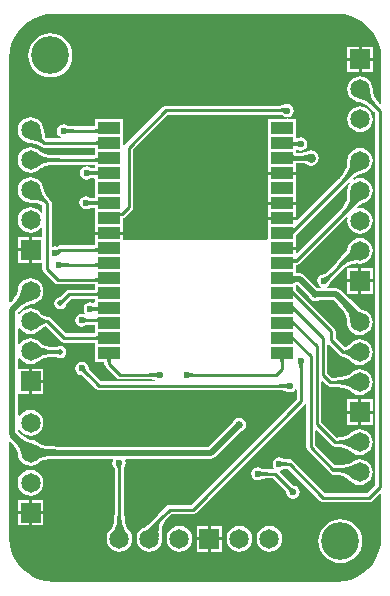
<source format=gtl>
G04*
G04 #@! TF.GenerationSoftware,Altium Limited,Altium Designer,20.1.8 (145)*
G04*
G04 Layer_Physical_Order=1*
G04 Layer_Color=255*
%FSLAX25Y25*%
%MOIN*%
G70*
G04*
G04 #@! TF.SameCoordinates,0646C1E9-0440-4AAE-851A-CF3533030474*
G04*
G04*
G04 #@! TF.FilePolarity,Positive*
G04*
G01*
G75*
%ADD10C,0.01000*%
%ADD13R,0.07480X0.04213*%
%ADD19C,0.02000*%
%ADD20C,0.03000*%
%ADD21C,0.01500*%
%ADD22C,0.06500*%
%ADD23R,0.06500X0.06500*%
%ADD24C,0.12598*%
%ADD25R,0.06500X0.06500*%
%ADD26C,0.02362*%
%ADD27C,0.02000*%
%ADD28C,0.02559*%
%ADD29C,0.03000*%
G36*
X49558Y106097D02*
X51808Y105557D01*
X53945Y104672D01*
X55918Y103463D01*
X57677Y101961D01*
X59180Y100201D01*
X60388Y98229D01*
X61274Y96092D01*
X61814Y93842D01*
X61991Y91590D01*
X61980Y91536D01*
Y76441D01*
X61515Y76259D01*
X61275Y76519D01*
X60756Y77175D01*
X60308Y77812D01*
X59939Y78420D01*
X59648Y78997D01*
X59431Y79541D01*
X59286Y80051D01*
X59207Y80527D01*
X59191Y80974D01*
X59208Y81102D01*
X59062Y82212D01*
X58634Y83246D01*
X57952Y84133D01*
X57065Y84815D01*
X56031Y85243D01*
X54921Y85389D01*
X53812Y85243D01*
X52778Y84815D01*
X51890Y84133D01*
X51209Y83246D01*
X50781Y82212D01*
X50635Y81102D01*
X50781Y79993D01*
X51209Y78959D01*
X51890Y78071D01*
X52778Y77390D01*
X53812Y76962D01*
X54627Y76854D01*
X54661Y76843D01*
X55062Y76793D01*
X55445Y76689D01*
X55892Y76511D01*
X56397Y76253D01*
X56954Y75912D01*
X57542Y75501D01*
X59654Y73708D01*
X59915Y73454D01*
X59971Y73398D01*
Y-50760D01*
X57240Y-53490D01*
X43350D01*
X32577Y-42718D01*
X32081Y-42386D01*
X31496Y-42270D01*
X30901D01*
X30369Y-42250D01*
X29832Y-42200D01*
X29653Y-42172D01*
X29522Y-42143D01*
X29477Y-42129D01*
X28902Y-41745D01*
X28051Y-41575D01*
X27200Y-41745D01*
X26479Y-42227D01*
X25997Y-42948D01*
X25827Y-43799D01*
X25997Y-44650D01*
X26242Y-45018D01*
X25975Y-45518D01*
X23704D01*
X23179Y-45499D01*
X22641Y-45451D01*
X22463Y-45423D01*
X22334Y-45395D01*
X22308Y-45387D01*
X21717Y-44993D01*
X20866Y-44823D01*
X20015Y-44993D01*
X19294Y-45475D01*
X18812Y-46196D01*
X18642Y-47047D01*
X18812Y-47898D01*
X19294Y-48620D01*
X20015Y-49102D01*
X20866Y-49271D01*
X21717Y-49102D01*
X22308Y-48707D01*
X22334Y-48699D01*
X22424Y-48680D01*
X23816Y-48577D01*
X26040D01*
X29440Y-51977D01*
X29663Y-52210D01*
X30059Y-52674D01*
X30193Y-52852D01*
X30294Y-53004D01*
X30358Y-53116D01*
X30360Y-53122D01*
X30355Y-53150D01*
X30524Y-54001D01*
X31006Y-54722D01*
X31728Y-55204D01*
X32579Y-55373D01*
X33430Y-55204D01*
X34151Y-54722D01*
X34633Y-54001D01*
X34803Y-53150D01*
X34633Y-52299D01*
X34151Y-51577D01*
X33430Y-51095D01*
X32916Y-50993D01*
X31761Y-49972D01*
X28277Y-46488D01*
X28441Y-45945D01*
X28902Y-45854D01*
X29477Y-45470D01*
X29522Y-45456D01*
X29653Y-45426D01*
X29816Y-45401D01*
X30869Y-45336D01*
X41635Y-56101D01*
X42131Y-56433D01*
X42717Y-56549D01*
X57874D01*
X58459Y-56433D01*
X58956Y-56101D01*
X61519Y-53538D01*
X61980Y-53729D01*
Y-68307D01*
X61991Y-68361D01*
X61814Y-70613D01*
X61274Y-72863D01*
X60388Y-75001D01*
X59180Y-76973D01*
X57677Y-78732D01*
X55918Y-80235D01*
X53945Y-81444D01*
X51808Y-82329D01*
X49558Y-82869D01*
X47306Y-83046D01*
X47252Y-83035D01*
X-47252D01*
X-47306Y-83046D01*
X-49558Y-82869D01*
X-51808Y-82329D01*
X-53945Y-81444D01*
X-55918Y-80235D01*
X-57677Y-78732D01*
X-59180Y-76973D01*
X-60388Y-75001D01*
X-61274Y-72863D01*
X-61814Y-70613D01*
X-61957Y-68801D01*
X-61980Y-68307D01*
X-61980Y-68307D01*
X-61980Y-67814D01*
Y-36552D01*
X-61480Y-36364D01*
X-60743Y-37209D01*
X-60328Y-37755D01*
X-59974Y-38274D01*
X-59689Y-38756D01*
X-59471Y-39197D01*
X-59319Y-39594D01*
X-59226Y-39944D01*
X-59177Y-40320D01*
X-59159Y-40373D01*
X-59062Y-41109D01*
X-58634Y-42143D01*
X-57952Y-43031D01*
X-57065Y-43712D01*
X-56031Y-44141D01*
X-54921Y-44287D01*
X-53812Y-44141D01*
X-52778Y-43712D01*
X-51890Y-43031D01*
X-51862Y-42995D01*
X-51748Y-42903D01*
X-51482Y-42756D01*
X-51093Y-42603D01*
X-50587Y-42458D01*
X-49970Y-42329D01*
X-49263Y-42222D01*
X-46544Y-42039D01*
X-27569D01*
X-27333Y-42480D01*
X-27448Y-42653D01*
X-27617Y-43504D01*
X-27448Y-44355D01*
X-26966Y-45076D01*
X-26956Y-45083D01*
X-26923Y-45204D01*
X-26894Y-45355D01*
X-26805Y-46525D01*
Y-59591D01*
X-26812Y-60047D01*
X-26952Y-61922D01*
X-27068Y-62712D01*
X-27217Y-63427D01*
X-27393Y-64056D01*
X-27595Y-64596D01*
X-27817Y-65048D01*
X-28052Y-65414D01*
X-28253Y-65648D01*
X-28307Y-65689D01*
X-28988Y-66577D01*
X-29416Y-67611D01*
X-29562Y-68721D01*
X-29416Y-69830D01*
X-28988Y-70864D01*
X-28307Y-71752D01*
X-27419Y-72433D01*
X-26385Y-72861D01*
X-25276Y-73007D01*
X-24166Y-72861D01*
X-23132Y-72433D01*
X-22244Y-71752D01*
X-21563Y-70864D01*
X-21135Y-69830D01*
X-20989Y-68721D01*
X-21135Y-67611D01*
X-21563Y-66577D01*
X-22244Y-65689D01*
X-22298Y-65648D01*
X-22499Y-65414D01*
X-22735Y-65048D01*
X-22956Y-64596D01*
X-23158Y-64056D01*
X-23335Y-63427D01*
X-23483Y-62712D01*
X-23600Y-61922D01*
X-23739Y-60047D01*
X-23746Y-59591D01*
Y-46236D01*
X-23718Y-45425D01*
X-23675Y-44977D01*
X-23655Y-44851D01*
X-23646Y-44815D01*
X-23339Y-44355D01*
X-23170Y-43504D01*
X-23339Y-42653D01*
X-23455Y-42480D01*
X-23219Y-42039D01*
X5223D01*
X6003Y-41884D01*
X6665Y-41442D01*
X15175Y-32932D01*
X15555Y-32856D01*
X16309Y-32352D01*
X16813Y-31598D01*
X16989Y-30709D01*
X16813Y-29819D01*
X16309Y-29065D01*
X15555Y-28561D01*
X14665Y-28385D01*
X13776Y-28561D01*
X13022Y-29065D01*
X12518Y-29819D01*
X12518Y-29821D01*
X4378Y-37961D01*
X-46150D01*
X-47484Y-37929D01*
X-49254Y-37779D01*
X-49970Y-37671D01*
X-50587Y-37542D01*
X-51093Y-37397D01*
X-51482Y-37244D01*
X-51748Y-37097D01*
X-51862Y-37005D01*
X-51890Y-36969D01*
X-52778Y-36288D01*
X-53812Y-35859D01*
X-54549Y-35762D01*
X-54602Y-35744D01*
X-54977Y-35695D01*
X-55327Y-35603D01*
X-55724Y-35450D01*
X-56165Y-35232D01*
X-56647Y-34947D01*
X-57167Y-34594D01*
X-57712Y-34178D01*
X-58867Y-33171D01*
X-58961Y-33077D01*
Y-32538D01*
X-58461Y-32368D01*
X-57952Y-33031D01*
X-57065Y-33712D01*
X-56031Y-34141D01*
X-54921Y-34287D01*
X-53812Y-34141D01*
X-52778Y-33712D01*
X-51890Y-33031D01*
X-51209Y-32143D01*
X-50781Y-31109D01*
X-50635Y-30000D01*
X-50781Y-28890D01*
X-51209Y-27857D01*
X-51890Y-26969D01*
X-52778Y-26288D01*
X-53812Y-25859D01*
X-54921Y-25713D01*
X-56031Y-25859D01*
X-57065Y-26288D01*
X-57952Y-26969D01*
X-58461Y-27632D01*
X-58961Y-27462D01*
Y-20470D01*
X-55421D01*
Y-16220D01*
Y-11970D01*
X-58961D01*
Y-8759D01*
X-58461Y-8589D01*
X-57952Y-9252D01*
X-57065Y-9933D01*
X-56031Y-10361D01*
X-54921Y-10507D01*
X-53812Y-10361D01*
X-52778Y-9933D01*
X-52068Y-9388D01*
X-52055Y-9381D01*
X-51951Y-9299D01*
X-51890Y-9252D01*
X-51886Y-9246D01*
X-51734Y-9125D01*
X-51389Y-8922D01*
X-50948Y-8727D01*
X-50410Y-8548D01*
X-49778Y-8390D01*
X-49075Y-8262D01*
X-46577Y-8052D01*
X-46264Y-8082D01*
X-46187Y-8095D01*
X-45761Y-8380D01*
X-44980Y-8535D01*
X-44200Y-8380D01*
X-43538Y-7938D01*
X-43096Y-7276D01*
X-42941Y-6496D01*
X-43096Y-5716D01*
X-43538Y-5054D01*
X-44200Y-4612D01*
X-44980Y-4457D01*
X-45761Y-4612D01*
X-46170Y-4886D01*
X-46653Y-4918D01*
X-47152Y-4898D01*
X-48005Y-4805D01*
X-48790Y-4674D01*
X-49494Y-4509D01*
X-50118Y-4313D01*
X-50659Y-4089D01*
X-51121Y-3840D01*
X-51505Y-3571D01*
X-51816Y-3286D01*
X-51890Y-3189D01*
X-52778Y-2508D01*
X-53812Y-2080D01*
X-54921Y-1934D01*
X-56031Y-2080D01*
X-57065Y-2508D01*
X-57952Y-3189D01*
X-58461Y-3852D01*
X-58961Y-3682D01*
Y1241D01*
X-58461Y1411D01*
X-57952Y748D01*
X-57065Y67D01*
X-56031Y-361D01*
X-54921Y-507D01*
X-53812Y-361D01*
X-52778Y67D01*
X-51890Y748D01*
X-51842Y811D01*
X-51264Y1333D01*
X-50966Y1565D01*
X-50674Y1767D01*
X-50401Y1931D01*
X-50148Y2058D01*
X-49916Y2152D01*
X-49892Y2159D01*
X-44861Y-2873D01*
X-44365Y-3204D01*
X-43780Y-3321D01*
X-33559D01*
Y-4898D01*
Y-9898D01*
X-30348D01*
Y-10354D01*
X-30232Y-10939D01*
X-29900Y-11436D01*
X-26180Y-15156D01*
X-25684Y-15488D01*
X-25098Y-15604D01*
X-14747D01*
X-14222Y-15623D01*
X-13685Y-15671D01*
X-13582Y-15687D01*
X-13620Y-16187D01*
X-31355D01*
X-34708Y-12834D01*
X-35065Y-12450D01*
X-35411Y-12036D01*
X-35518Y-11890D01*
X-35589Y-11779D01*
X-35602Y-11755D01*
X-35741Y-11058D01*
X-36223Y-10337D01*
X-36944Y-9855D01*
X-37795Y-9686D01*
X-38646Y-9855D01*
X-39368Y-10337D01*
X-39850Y-11058D01*
X-40019Y-11909D01*
X-39850Y-12760D01*
X-39368Y-13482D01*
X-38646Y-13964D01*
X-37949Y-14103D01*
X-37925Y-14115D01*
X-37848Y-14165D01*
X-36791Y-15077D01*
X-33070Y-18798D01*
X-32573Y-19129D01*
X-31988Y-19246D01*
X28659D01*
X29184Y-19265D01*
X29721Y-19313D01*
X29899Y-19341D01*
X30028Y-19368D01*
X30054Y-19376D01*
X30645Y-19771D01*
X31496Y-19940D01*
X32347Y-19771D01*
X33068Y-19289D01*
X33305Y-18935D01*
X33805Y-19086D01*
Y-22103D01*
X-1519Y-57427D01*
X-8578D01*
X-9163Y-57544D01*
X-9659Y-57875D01*
X-12588Y-60804D01*
X-15887Y-64032D01*
X-16487Y-64570D01*
X-16574Y-64638D01*
X-17419Y-64988D01*
X-18307Y-65670D01*
X-18988Y-66558D01*
X-19416Y-67591D01*
X-19562Y-68701D01*
X-19416Y-69810D01*
X-18988Y-70844D01*
X-18307Y-71732D01*
X-17419Y-72413D01*
X-16385Y-72841D01*
X-15276Y-72988D01*
X-14166Y-72841D01*
X-13132Y-72413D01*
X-12245Y-71732D01*
X-11563Y-70844D01*
X-11135Y-69810D01*
X-10989Y-68701D01*
X-11091Y-67928D01*
X-11089Y-67869D01*
X-11210Y-67125D01*
X-11254Y-66452D01*
X-11231Y-65803D01*
X-11141Y-65175D01*
X-10986Y-64565D01*
X-10762Y-63969D01*
X-10469Y-63383D01*
X-10105Y-62807D01*
X-9665Y-62238D01*
X-9299Y-61841D01*
X-7944Y-60486D01*
X-886D01*
X-301Y-60370D01*
X196Y-60038D01*
X36416Y-23818D01*
X36455Y-23760D01*
X36955Y-23911D01*
Y-38189D01*
X37071Y-38774D01*
X37403Y-39270D01*
X44982Y-46849D01*
X45478Y-47181D01*
X46063Y-47297D01*
X46368D01*
X46800Y-47310D01*
X47496Y-47377D01*
X48151Y-47487D01*
X48766Y-47639D01*
X49342Y-47833D01*
X49880Y-48067D01*
X50383Y-48341D01*
X50853Y-48656D01*
X51292Y-49013D01*
X51705Y-49418D01*
X51792Y-49531D01*
X52680Y-50212D01*
X53713Y-50641D01*
X54823Y-50787D01*
X55932Y-50641D01*
X56966Y-50212D01*
X57854Y-49531D01*
X58535Y-48643D01*
X58963Y-47609D01*
X59109Y-46500D01*
X58963Y-45390D01*
X58535Y-44357D01*
X57854Y-43469D01*
X56966Y-42788D01*
X55932Y-42359D01*
X54823Y-42213D01*
X53713Y-42359D01*
X52680Y-42788D01*
X52344Y-43045D01*
X52283Y-43070D01*
X51947Y-43293D01*
X51594Y-43473D01*
X51163Y-43643D01*
X50654Y-43796D01*
X50070Y-43930D01*
X49432Y-44039D01*
X46987Y-44235D01*
X46762Y-44238D01*
X46696D01*
X40014Y-37555D01*
Y-32692D01*
X40476Y-32501D01*
X45557Y-37582D01*
X46053Y-37913D01*
X46638Y-38029D01*
X46994D01*
X47323Y-38038D01*
X47975Y-38092D01*
X48594Y-38181D01*
X49178Y-38305D01*
X49730Y-38462D01*
X50250Y-38652D01*
X50740Y-38874D01*
X51200Y-39129D01*
X51633Y-39417D01*
X52072Y-39764D01*
X52143Y-39801D01*
X52680Y-40212D01*
X53713Y-40641D01*
X54823Y-40787D01*
X55932Y-40641D01*
X56966Y-40212D01*
X57854Y-39531D01*
X58535Y-38643D01*
X58963Y-37609D01*
X59109Y-36500D01*
X58963Y-35390D01*
X58535Y-34357D01*
X57854Y-33469D01*
X56966Y-32788D01*
X55932Y-32359D01*
X54823Y-32213D01*
X53713Y-32359D01*
X52680Y-32788D01*
X52143Y-33199D01*
X52072Y-33236D01*
X51633Y-33583D01*
X51200Y-33871D01*
X50740Y-34126D01*
X50250Y-34348D01*
X49730Y-34538D01*
X49178Y-34695D01*
X48594Y-34819D01*
X47975Y-34908D01*
X47323Y-34962D01*
X47264Y-34964D01*
X42014Y-29713D01*
Y-16291D01*
X42476Y-16100D01*
X43957Y-17581D01*
X44453Y-17913D01*
X45039Y-18029D01*
X45693D01*
X46150Y-18037D01*
X48024Y-18176D01*
X48814Y-18292D01*
X49529Y-18441D01*
X50158Y-18618D01*
X50699Y-18820D01*
X51151Y-19041D01*
X51517Y-19277D01*
X51750Y-19478D01*
X51792Y-19531D01*
X52680Y-20212D01*
X53713Y-20641D01*
X54823Y-20787D01*
X55932Y-20641D01*
X56966Y-20212D01*
X57854Y-19531D01*
X58535Y-18643D01*
X58963Y-17609D01*
X59109Y-16500D01*
X58963Y-15391D01*
X58535Y-14357D01*
X57854Y-13469D01*
X56966Y-12788D01*
X55932Y-12359D01*
X54823Y-12213D01*
X53713Y-12359D01*
X52680Y-12788D01*
X51792Y-13469D01*
X51750Y-13522D01*
X51517Y-13723D01*
X51151Y-13959D01*
X50699Y-14180D01*
X50158Y-14382D01*
X49529Y-14559D01*
X48814Y-14708D01*
X48024Y-14824D01*
X46150Y-14963D01*
X45693Y-14971D01*
X45672D01*
X44049Y-13348D01*
Y-4202D01*
X44549Y-3995D01*
X48135Y-7581D01*
X48631Y-7913D01*
X49135Y-8013D01*
X49151Y-8017D01*
X49160Y-8018D01*
X49217Y-8029D01*
X49336D01*
X49378Y-8032D01*
X49564Y-8067D01*
X49775Y-8130D01*
X50012Y-8226D01*
X50274Y-8358D01*
X50558Y-8528D01*
X50853Y-8729D01*
X51534Y-9278D01*
X51745Y-9470D01*
X51792Y-9531D01*
X52680Y-10212D01*
X53713Y-10641D01*
X54823Y-10787D01*
X55932Y-10641D01*
X56966Y-10212D01*
X57854Y-9531D01*
X58535Y-8643D01*
X58963Y-7609D01*
X59109Y-6500D01*
X58963Y-5390D01*
X58535Y-4357D01*
X57854Y-3469D01*
X56966Y-2788D01*
X55932Y-2359D01*
X54823Y-2213D01*
X53713Y-2359D01*
X52680Y-2788D01*
X51792Y-3469D01*
X51758Y-3513D01*
X51177Y-4023D01*
X50863Y-4264D01*
X50558Y-4472D01*
X50274Y-4642D01*
X50012Y-4774D01*
X49775Y-4870D01*
X49755Y-4876D01*
X46805Y-1925D01*
Y394D01*
X46689Y979D01*
X46357Y1475D01*
X34007Y13825D01*
X33828Y14018D01*
X33611Y14281D01*
X33559Y14354D01*
Y15737D01*
X34031Y15776D01*
X34096D01*
X37898Y11974D01*
X37912Y11906D01*
X38416Y11152D01*
X39170Y10648D01*
X40059Y10471D01*
X40949Y10648D01*
X41110Y10756D01*
X46104D01*
X47516Y9344D01*
X48546Y8228D01*
X49078Y7560D01*
X49530Y6917D01*
X49897Y6312D01*
X50180Y5746D01*
X50381Y5224D01*
X50505Y4747D01*
X50560Y4316D01*
X50550Y3844D01*
X50557Y3805D01*
X50516Y3500D01*
X50662Y2390D01*
X51091Y1357D01*
X51772Y469D01*
X52660Y-212D01*
X53694Y-641D01*
X54803Y-787D01*
X55913Y-641D01*
X56946Y-212D01*
X57834Y469D01*
X58516Y1357D01*
X58944Y2390D01*
X59090Y3500D01*
X58944Y4609D01*
X58516Y5643D01*
X57834Y6531D01*
X56946Y7212D01*
X55913Y7641D01*
X55480Y7698D01*
X55469Y7704D01*
X55363Y7736D01*
X55277Y7783D01*
X51570Y11058D01*
X48391Y14237D01*
X47729Y14679D01*
X46949Y14834D01*
X43951D01*
X43863Y15335D01*
X44486Y15750D01*
X44968Y16472D01*
X45047Y16870D01*
X46090Y18041D01*
X48502Y20453D01*
X48919Y20847D01*
X49569Y21390D01*
X50208Y21853D01*
X50836Y22238D01*
X51451Y22547D01*
X52054Y22782D01*
X52646Y22947D01*
X53228Y23043D01*
X53805Y23073D01*
X54437Y23034D01*
X54501Y23043D01*
X54882Y22993D01*
X55991Y23139D01*
X57025Y23567D01*
X57913Y24248D01*
X58594Y25136D01*
X59022Y26170D01*
X59169Y27279D01*
X59022Y28389D01*
X58594Y29423D01*
X57913Y30311D01*
X57025Y30992D01*
X55991Y31420D01*
X54882Y31566D01*
X53772Y31420D01*
X52739Y30992D01*
X51851Y30311D01*
X51170Y29423D01*
X50741Y28389D01*
X50691Y28008D01*
X50674Y27972D01*
X50614Y27737D01*
X50505Y27489D01*
X50304Y27136D01*
X50030Y26729D01*
X47213Y23490D01*
X44187Y20464D01*
X43926Y20215D01*
X43466Y19831D01*
X43290Y19703D01*
X43138Y19607D01*
X43026Y19547D01*
X42988Y19532D01*
X42913Y19547D01*
X42062Y19377D01*
X41341Y18895D01*
X40859Y18174D01*
X40690Y17323D01*
X40859Y16472D01*
X41341Y15750D01*
X41963Y15335D01*
X41876Y14834D01*
X41110D01*
X40949Y14942D01*
X40635Y15005D01*
X36383Y19257D01*
X35721Y19699D01*
X34941Y19854D01*
X33961D01*
X33620Y19876D01*
X33559Y19884D01*
Y22414D01*
X34058Y22513D01*
X34555Y22844D01*
X50279Y38569D01*
X50573Y38455D01*
X50731Y38314D01*
X50595Y37279D01*
X50741Y36170D01*
X51170Y35136D01*
X51851Y34248D01*
X52739Y33567D01*
X53772Y33139D01*
X54882Y32993D01*
X55991Y33139D01*
X57025Y33567D01*
X57913Y34248D01*
X58594Y35136D01*
X59022Y36170D01*
X59169Y37279D01*
X59022Y38389D01*
X58594Y39423D01*
X57913Y40311D01*
X57025Y40992D01*
X55991Y41420D01*
X54882Y41566D01*
X54116Y41465D01*
X53909Y41943D01*
X54464Y42397D01*
X54896Y42705D01*
X55242Y42920D01*
X55471Y43031D01*
X55674Y43091D01*
X55691Y43099D01*
X55991Y43139D01*
X57025Y43567D01*
X57913Y44248D01*
X58594Y45136D01*
X59022Y46170D01*
X59169Y47280D01*
X59022Y48389D01*
X58594Y49423D01*
X57913Y50311D01*
X57025Y50992D01*
X55991Y51420D01*
X54882Y51566D01*
X53772Y51420D01*
X52865Y51044D01*
X52609Y51479D01*
X53322Y52045D01*
X53847Y52403D01*
X54318Y52680D01*
X54715Y52872D01*
X55028Y52980D01*
X55345Y53039D01*
X55402Y53061D01*
X55991Y53139D01*
X57025Y53567D01*
X57913Y54248D01*
X58594Y55136D01*
X59022Y56170D01*
X59169Y57279D01*
X59022Y58389D01*
X58594Y59423D01*
X57913Y60311D01*
X57025Y60992D01*
X55991Y61420D01*
X54882Y61566D01*
X53772Y61420D01*
X52739Y60992D01*
X51851Y60311D01*
X51170Y59423D01*
X50741Y58389D01*
X50595Y57279D01*
X50627Y57038D01*
X50622Y57012D01*
X50631Y56438D01*
X50575Y55911D01*
X50452Y55363D01*
X50259Y54792D01*
X49992Y54198D01*
X49649Y53581D01*
X49236Y52955D01*
X48134Y51594D01*
X47757Y51200D01*
X34021Y37463D01*
X33559Y37655D01*
Y37709D01*
X28819D01*
X24079D01*
Y35102D01*
Y31204D01*
X23693Y30887D01*
X23622Y30900D01*
X-23622D01*
X-23693Y30887D01*
X-24079Y31204D01*
Y32709D01*
X-33559D01*
Y29089D01*
X-45202D01*
X-45787Y28972D01*
X-46208Y28690D01*
X-46752Y28799D01*
X-47404Y28669D01*
X-47904Y28984D01*
Y43232D01*
X-48020Y43817D01*
X-48352Y44314D01*
X-48615Y44578D01*
X-48715Y44683D01*
X-49046Y45069D01*
X-49350Y45465D01*
X-49628Y45872D01*
X-49880Y46289D01*
X-50108Y46718D01*
X-50310Y47158D01*
X-50487Y47610D01*
X-50640Y48075D01*
X-50762Y48530D01*
X-50781Y48669D01*
X-51209Y49702D01*
X-51890Y50590D01*
X-52778Y51271D01*
X-53812Y51700D01*
X-54921Y51846D01*
X-56031Y51700D01*
X-57065Y51271D01*
X-57952Y50590D01*
X-58634Y49702D01*
X-59062Y48669D01*
X-59208Y47559D01*
X-59062Y46450D01*
X-58634Y45416D01*
X-57952Y44528D01*
X-57065Y43847D01*
X-56031Y43418D01*
X-54921Y43272D01*
X-54827Y43285D01*
X-53608Y43235D01*
X-53047Y43172D01*
X-52528Y43082D01*
X-52061Y42970D01*
X-51648Y42838D01*
X-51289Y42687D01*
X-50982Y42522D01*
X-50963Y42509D01*
Y40203D01*
X-51463Y40033D01*
X-51890Y40590D01*
X-52778Y41271D01*
X-53812Y41700D01*
X-54921Y41846D01*
X-56031Y41700D01*
X-57065Y41271D01*
X-57952Y40590D01*
X-58634Y39702D01*
X-59062Y38669D01*
X-59208Y37559D01*
X-59062Y36450D01*
X-58634Y35416D01*
X-57952Y34528D01*
X-57065Y33847D01*
X-56031Y33419D01*
X-54921Y33272D01*
X-53812Y33419D01*
X-52778Y33847D01*
X-51890Y34528D01*
X-51463Y35085D01*
X-50963Y34916D01*
Y31809D01*
X-54421D01*
Y27559D01*
Y23309D01*
X-50963D01*
Y21159D01*
X-50846Y20573D01*
X-50515Y20077D01*
X-46974Y16537D01*
X-46478Y16205D01*
X-45893Y16089D01*
X-33559D01*
Y14325D01*
X-42004D01*
X-42589Y14208D01*
X-43085Y13877D01*
X-44446Y12516D01*
X-44910Y12082D01*
X-45194Y11848D01*
X-45258Y11803D01*
X-45761Y11703D01*
X-46422Y11261D01*
X-46864Y10599D01*
X-47019Y9819D01*
X-46864Y9038D01*
X-46422Y8377D01*
X-45761Y7935D01*
X-44980Y7779D01*
X-44200Y7935D01*
X-43538Y8377D01*
X-43096Y9038D01*
X-43000Y9522D01*
X-42195Y10442D01*
X-41370Y11266D01*
X-33559D01*
Y10102D01*
X-34059Y9842D01*
X-34188Y9929D01*
X-35039Y10098D01*
X-35890Y9929D01*
X-36612Y9447D01*
X-37094Y8725D01*
X-37263Y7874D01*
X-37094Y7023D01*
X-36867Y6683D01*
X-37167Y6233D01*
X-37795Y6358D01*
X-38646Y6188D01*
X-39368Y5706D01*
X-39850Y4985D01*
X-40019Y4134D01*
X-39850Y3283D01*
X-39368Y2561D01*
X-38646Y2079D01*
X-37795Y1910D01*
X-36944Y2079D01*
X-36353Y2474D01*
X-36327Y2482D01*
X-36238Y2501D01*
X-34845Y2605D01*
X-33559D01*
Y-262D01*
X-43146D01*
X-48269Y4861D01*
X-48765Y5192D01*
X-49274Y5294D01*
X-49287Y5297D01*
X-49293Y5297D01*
X-49350Y5309D01*
X-49476D01*
X-49519Y5312D01*
X-49706Y5346D01*
X-49916Y5408D01*
X-50148Y5501D01*
X-50401Y5628D01*
X-50674Y5792D01*
X-50955Y5986D01*
X-51605Y6520D01*
X-51830Y6732D01*
X-51890Y6811D01*
X-52778Y7492D01*
X-53812Y7920D01*
X-54921Y8066D01*
X-56031Y7920D01*
X-57065Y7492D01*
X-57952Y6811D01*
X-58461Y6148D01*
X-58961Y6318D01*
Y6856D01*
X-58867Y6950D01*
X-57712Y7957D01*
X-57167Y8373D01*
X-56647Y8727D01*
X-56165Y9012D01*
X-55724Y9229D01*
X-55327Y9382D01*
X-54977Y9475D01*
X-54602Y9524D01*
X-54549Y9542D01*
X-53812Y9639D01*
X-52778Y10067D01*
X-51890Y10748D01*
X-51209Y11636D01*
X-50781Y12670D01*
X-50635Y13780D01*
X-50781Y14889D01*
X-51209Y15923D01*
X-51890Y16811D01*
X-52778Y17492D01*
X-53812Y17920D01*
X-54921Y18066D01*
X-56031Y17920D01*
X-57065Y17492D01*
X-57952Y16811D01*
X-58634Y15923D01*
X-59062Y14889D01*
X-59159Y14152D01*
X-59177Y14099D01*
X-59226Y13723D01*
X-59319Y13374D01*
X-59471Y12977D01*
X-59689Y12535D01*
X-59974Y12053D01*
X-60328Y11534D01*
X-60743Y10988D01*
X-61480Y10144D01*
X-61980Y10331D01*
X-61980Y91536D01*
X-61991Y91590D01*
X-61814Y93842D01*
X-61274Y96092D01*
X-60388Y98229D01*
X-59180Y100201D01*
X-57677Y101961D01*
X-55918Y103463D01*
X-53945Y104672D01*
X-51808Y105557D01*
X-49558Y106097D01*
X-47306Y106275D01*
X-47252Y106264D01*
X47252D01*
X47306Y106275D01*
X49558Y106097D01*
D02*
G37*
G36*
X58191Y80425D02*
X58289Y79827D01*
X58465Y79212D01*
X58718Y78578D01*
X59047Y77925D01*
X59454Y77254D01*
X59938Y76564D01*
X60500Y75856D01*
X61853Y74385D01*
X61136Y73688D01*
X60340Y74463D01*
X58166Y76310D01*
X57513Y76766D01*
X56896Y77143D01*
X56314Y77440D01*
X55769Y77658D01*
X55260Y77796D01*
X54786Y77855D01*
X58170Y81003D01*
X58191Y80425D01*
D02*
G37*
G36*
X55161Y54041D02*
X54767Y53969D01*
X54325Y53815D01*
X53837Y53580D01*
X53301Y53264D01*
X52717Y52867D01*
X51408Y51828D01*
X50683Y51187D01*
X49089Y49662D01*
X48202Y50189D01*
X48900Y50920D01*
X50059Y52352D01*
X50521Y53052D01*
X50904Y53741D01*
X51209Y54419D01*
X51435Y55087D01*
X51583Y55745D01*
X51651Y56392D01*
X51642Y57028D01*
X55161Y54041D01*
D02*
G37*
G36*
X-51618Y47784D02*
X-51447Y47265D01*
X-51248Y46759D01*
X-51022Y46266D01*
X-50768Y45786D01*
X-50486Y45320D01*
X-50176Y44867D01*
X-49838Y44427D01*
X-49473Y44000D01*
X-49079Y43586D01*
X-49787Y42879D01*
X-50096Y43151D01*
X-50450Y43394D01*
X-50850Y43609D01*
X-51296Y43795D01*
X-51786Y43953D01*
X-52322Y44081D01*
X-52903Y44181D01*
X-53530Y44253D01*
X-54919Y44309D01*
X-51761Y48316D01*
X-51618Y47784D01*
D02*
G37*
G36*
X55387Y44069D02*
X55102Y43985D01*
X54749Y43814D01*
X54330Y43554D01*
X53844Y43207D01*
X52672Y42248D01*
X51234Y40937D01*
X49529Y39275D01*
X48691Y39851D01*
X49341Y40541D01*
X49912Y41233D01*
X50405Y41928D01*
X50820Y42624D01*
X51156Y43323D01*
X51414Y44024D01*
X51593Y44727D01*
X51694Y45432D01*
X51717Y46139D01*
X51661Y46848D01*
X55387Y44069D01*
D02*
G37*
G36*
X33254Y33827D02*
X33117Y33687D01*
X32794Y33312D01*
X32715Y33202D01*
X32650Y33099D01*
X32600Y33005D01*
X32564Y32918D01*
X32542Y32838D01*
X32535Y32766D01*
Y34887D01*
X32542Y34825D01*
X32564Y34784D01*
X32600Y34765D01*
X32650Y34768D01*
X32715Y34793D01*
X32794Y34839D01*
X32887Y34907D01*
X32995Y34997D01*
X33254Y35241D01*
Y33827D01*
D02*
G37*
G36*
X-44848Y27206D02*
X-44985Y27068D01*
X-45578Y26399D01*
X-45589Y26370D01*
X-46169Y27602D01*
X-46128Y27585D01*
X-46082Y27579D01*
X-46032Y27584D01*
X-45978Y27599D01*
X-45919Y27625D01*
X-45855Y27661D01*
X-45787Y27708D01*
X-45714Y27766D01*
X-45637Y27834D01*
X-45555Y27913D01*
X-44848Y27206D01*
D02*
G37*
G36*
X-32535Y26809D02*
X-32545Y26857D01*
X-32576Y26899D01*
X-32626Y26937D01*
X-32697Y26969D01*
X-32788Y26997D01*
X-32899Y27019D01*
X-33031Y27037D01*
X-33355Y27057D01*
X-33547Y27059D01*
Y28059D01*
X-33355Y28062D01*
X-32899Y28099D01*
X-32788Y28122D01*
X-32697Y28149D01*
X-32626Y28182D01*
X-32576Y28219D01*
X-32545Y28262D01*
X-32535Y28309D01*
Y26809D01*
D02*
G37*
G36*
X51537Y49901D02*
X51170Y49423D01*
X50741Y48389D01*
X50595Y47280D01*
X50653Y46842D01*
X50644Y46769D01*
X50696Y46115D01*
X50677Y45520D01*
X50591Y44925D01*
X50439Y44326D01*
X50216Y43721D01*
X49921Y43107D01*
X49550Y42485D01*
X49103Y41854D01*
X48576Y41216D01*
X48183Y40799D01*
X34059Y26675D01*
X33559Y26882D01*
Y27709D01*
X28819D01*
Y28709D01*
X33559D01*
Y30102D01*
Y32629D01*
X33560Y32631D01*
X33595Y32679D01*
X33799Y32916D01*
X50129Y49245D01*
X51163Y50236D01*
X51537Y49901D01*
D02*
G37*
G36*
X54500Y24052D02*
X53810Y24094D01*
X53118Y24058D01*
X52426Y23944D01*
X51732Y23751D01*
X51036Y23480D01*
X50339Y23130D01*
X49641Y22702D01*
X48942Y22195D01*
X48241Y21610D01*
X47539Y20946D01*
X47121Y21942D01*
X47949Y22782D01*
X50841Y26108D01*
X51171Y26598D01*
X51417Y27030D01*
X51581Y27404D01*
X51662Y27720D01*
X54500Y24052D01*
D02*
G37*
G36*
X32544Y24584D02*
X32572Y24551D01*
X32619Y24521D01*
X32685Y24496D01*
X32770Y24475D01*
X32873Y24457D01*
X32995Y24443D01*
X33295Y24428D01*
X33473Y24426D01*
Y23426D01*
X33295Y23424D01*
X32873Y23395D01*
X32770Y23377D01*
X32685Y23356D01*
X32619Y23331D01*
X32572Y23301D01*
X32544Y23268D01*
X32535Y23231D01*
Y24621D01*
X32544Y24584D01*
D02*
G37*
G36*
X-32535Y21912D02*
X-32545Y21960D01*
X-32576Y22002D01*
X-32626Y22040D01*
X-32697Y22072D01*
X-32788Y22100D01*
X-32899Y22122D01*
X-33031Y22140D01*
X-33355Y22160D01*
X-33547Y22162D01*
Y23162D01*
X-33355Y23165D01*
X-32899Y23202D01*
X-32788Y23225D01*
X-32697Y23252D01*
X-32626Y23285D01*
X-32576Y23322D01*
X-32545Y23365D01*
X-32535Y23412D01*
Y21912D01*
D02*
G37*
G36*
X-44497Y23358D02*
X-44384Y23317D01*
X-44230Y23281D01*
X-44035Y23249D01*
X-43523Y23201D01*
X-42448Y23165D01*
X-42008Y23162D01*
X-41892Y22162D01*
X-42318Y22158D01*
X-43656Y22055D01*
X-43899Y22008D01*
X-44107Y21952D01*
X-44278Y21887D01*
X-44413Y21814D01*
X-44511Y21733D01*
X-44570Y23404D01*
X-44497Y23358D01*
D02*
G37*
G36*
X45753Y19160D02*
X45440Y18845D01*
X44164Y17412D01*
X44112Y17317D01*
X44092Y17250D01*
X42980Y18502D01*
X43122Y18510D01*
X43281Y18550D01*
X43457Y18622D01*
X43652Y18725D01*
X43863Y18860D01*
X44093Y19026D01*
X44605Y19454D01*
X45187Y20008D01*
X45753Y19160D01*
D02*
G37*
G36*
X-32535Y16868D02*
X-32545Y16916D01*
X-32576Y16958D01*
X-32626Y16996D01*
X-32697Y17028D01*
X-32788Y17056D01*
X-32899Y17078D01*
X-33031Y17096D01*
X-33355Y17116D01*
X-33547Y17118D01*
Y18118D01*
X-33355Y18121D01*
X-32899Y18158D01*
X-32788Y18181D01*
X-32697Y18208D01*
X-32626Y18241D01*
X-32576Y18278D01*
X-32545Y18321D01*
X-32535Y18368D01*
Y16868D01*
D02*
G37*
G36*
X32555Y19220D02*
X32616Y19135D01*
X32716Y19060D01*
X32857Y18995D01*
X33038Y18940D01*
X33259Y18895D01*
X33521Y18860D01*
X34165Y18820D01*
X34547Y18815D01*
Y16815D01*
X34165Y16810D01*
X33259Y16735D01*
X33038Y16690D01*
X32857Y16635D01*
X32716Y16570D01*
X32616Y16495D01*
X32555Y16410D01*
X32535Y16315D01*
Y19315D01*
X32555Y19220D01*
D02*
G37*
G36*
X-32535Y12045D02*
X-32545Y12093D01*
X-32576Y12135D01*
X-32626Y12173D01*
X-32697Y12205D01*
X-32788Y12233D01*
X-32899Y12255D01*
X-33031Y12273D01*
X-33355Y12293D01*
X-33547Y12295D01*
Y13295D01*
X-33355Y13298D01*
X-32899Y13335D01*
X-32788Y13358D01*
X-32697Y13385D01*
X-32626Y13418D01*
X-32576Y13455D01*
X-32545Y13498D01*
X-32535Y13545D01*
Y12045D01*
D02*
G37*
G36*
X32546Y14107D02*
X32578Y14017D01*
X32631Y13912D01*
X32707Y13793D01*
X32803Y13659D01*
X33061Y13347D01*
X33404Y12976D01*
X33608Y12769D01*
X33254Y11708D01*
X33117Y11841D01*
X32887Y12042D01*
X32794Y12110D01*
X32715Y12156D01*
X32650Y12180D01*
X32600Y12183D01*
X32564Y12165D01*
X32542Y12124D01*
X32535Y12062D01*
Y14183D01*
X32546Y14107D01*
D02*
G37*
G36*
X-42600Y11492D02*
X-42862Y11227D01*
X-43856Y10092D01*
X-43925Y9979D01*
X-43966Y9888D01*
X-43980Y9818D01*
X-44981Y10819D01*
X-44911Y10832D01*
X-44820Y10874D01*
X-44707Y10943D01*
X-44572Y11040D01*
X-44237Y11316D01*
X-43572Y11937D01*
X-43307Y12199D01*
X-42600Y11492D01*
D02*
G37*
G36*
X-34118Y8646D02*
X-33993Y8589D01*
X-33830Y8539D01*
X-33628Y8495D01*
X-33387Y8458D01*
X-32899Y8414D01*
X-32899Y8414D01*
X-32788Y8437D01*
X-32697Y8464D01*
X-32626Y8496D01*
X-32576Y8534D01*
X-32545Y8576D01*
X-32535Y8624D01*
Y8395D01*
X-32040Y8377D01*
X-31607Y8374D01*
Y7374D01*
X-32040Y7371D01*
X-32535Y7334D01*
Y7124D01*
X-32545Y7171D01*
X-32576Y7214D01*
X-32626Y7252D01*
X-32697Y7284D01*
X-32788Y7311D01*
X-32802Y7314D01*
X-33628Y7253D01*
X-33830Y7209D01*
X-33993Y7159D01*
X-34118Y7102D01*
X-34205Y7038D01*
Y8710D01*
X-34118Y8646D01*
D02*
G37*
G36*
X-54734Y10535D02*
X-55175Y10477D01*
X-55642Y10354D01*
X-56134Y10164D01*
X-56651Y9909D01*
X-57194Y9588D01*
X-57763Y9201D01*
X-58357Y8748D01*
X-59622Y7644D01*
X-60293Y6994D01*
X-61707Y8408D01*
X-61057Y9079D01*
X-59953Y10344D01*
X-59500Y10938D01*
X-59113Y11506D01*
X-58792Y12050D01*
X-58536Y12567D01*
X-58347Y13059D01*
X-58223Y13526D01*
X-58166Y13967D01*
X-54734Y10535D01*
D02*
G37*
G36*
X32542Y9091D02*
X32564Y9012D01*
X32600Y8924D01*
X32650Y8830D01*
X32715Y8727D01*
X32794Y8618D01*
X32995Y8375D01*
X33254Y8103D01*
Y6688D01*
X33117Y6821D01*
X32887Y7022D01*
X32794Y7090D01*
X32715Y7136D01*
X32650Y7161D01*
X32600Y7164D01*
X32564Y7145D01*
X32542Y7104D01*
X32535Y7042D01*
Y9163D01*
X32542Y9091D01*
D02*
G37*
G36*
X50697Y10469D02*
X54688Y6943D01*
X54964Y6792D01*
X55168Y6729D01*
X51569Y3822D01*
X51581Y4369D01*
X51509Y4941D01*
X51353Y5537D01*
X51113Y6159D01*
X50791Y6805D01*
X50384Y7476D01*
X49894Y8171D01*
X49320Y8892D01*
X47922Y10408D01*
X49834Y11325D01*
X50697Y10469D01*
D02*
G37*
G36*
X-32535Y3384D02*
X-32545Y3431D01*
X-32576Y3474D01*
X-32626Y3511D01*
X-32697Y3544D01*
X-32788Y3571D01*
X-32899Y3594D01*
X-33031Y3611D01*
X-33355Y3631D01*
X-33547Y3634D01*
Y4634D01*
X-33355Y4636D01*
X-32899Y4674D01*
X-32788Y4696D01*
X-32697Y4724D01*
X-32626Y4756D01*
X-32576Y4794D01*
X-32545Y4836D01*
X-32535Y4884D01*
Y3384D01*
D02*
G37*
G36*
X-36874Y4906D02*
X-36749Y4849D01*
X-36586Y4798D01*
X-36384Y4755D01*
X-36143Y4718D01*
X-35547Y4664D01*
X-34796Y4637D01*
X-34363Y4634D01*
Y3634D01*
X-34796Y3630D01*
X-36384Y3513D01*
X-36586Y3469D01*
X-36749Y3419D01*
X-36874Y3362D01*
X-36961Y3298D01*
Y4970D01*
X-36874Y4906D01*
D02*
G37*
G36*
X32542Y4367D02*
X32564Y4287D01*
X32600Y4200D01*
X32650Y4105D01*
X32715Y4003D01*
X32794Y3893D01*
X32995Y3651D01*
X33254Y3378D01*
Y1964D01*
X33117Y2097D01*
X32887Y2298D01*
X32794Y2366D01*
X32715Y2412D01*
X32650Y2436D01*
X32600Y2439D01*
X32564Y2420D01*
X32542Y2380D01*
X32535Y2317D01*
Y4439D01*
X32542Y4367D01*
D02*
G37*
G36*
X-52279Y5754D02*
X-51569Y5172D01*
X-51227Y4935D01*
X-50893Y4735D01*
X-50568Y4571D01*
X-50251Y4443D01*
X-49942Y4352D01*
X-49642Y4298D01*
X-49350Y4279D01*
Y3280D01*
X-49642Y3261D01*
X-49942Y3207D01*
X-50251Y3116D01*
X-50568Y2988D01*
X-50893Y2824D01*
X-51227Y2624D01*
X-51569Y2387D01*
X-51920Y2114D01*
X-52646Y1459D01*
Y6100D01*
X-52279Y5754D01*
D02*
G37*
G36*
X-32535Y-2541D02*
X-32545Y-2494D01*
X-32576Y-2451D01*
X-32626Y-2414D01*
X-32697Y-2381D01*
X-32788Y-2354D01*
X-32899Y-2331D01*
X-33031Y-2314D01*
X-33355Y-2294D01*
X-33547Y-2291D01*
Y-1291D01*
X-33355Y-1289D01*
X-32899Y-1251D01*
X-32788Y-1229D01*
X-32697Y-1201D01*
X-32626Y-1169D01*
X-32576Y-1131D01*
X-32545Y-1089D01*
X-32535Y-1041D01*
Y-2541D01*
D02*
G37*
G36*
X32542Y-850D02*
X32564Y-929D01*
X32600Y-1017D01*
X32650Y-1111D01*
X32715Y-1214D01*
X32794Y-1323D01*
X32995Y-1566D01*
X33254Y-1838D01*
Y-3253D01*
X33117Y-3120D01*
X32887Y-2919D01*
X32794Y-2851D01*
X32715Y-2805D01*
X32650Y-2780D01*
X32600Y-2777D01*
X32564Y-2796D01*
X32542Y-2837D01*
X32535Y-2899D01*
Y-778D01*
X32542Y-850D01*
D02*
G37*
G36*
X-52145Y-4368D02*
X-51657Y-4710D01*
X-51098Y-5011D01*
X-50467Y-5272D01*
X-49764Y-5494D01*
X-48990Y-5674D01*
X-48145Y-5815D01*
X-47227Y-5916D01*
X-46639Y-5939D01*
X-45969Y-5894D01*
X-45840Y-5863D01*
X-45746Y-5828D01*
X-45687Y-5788D01*
Y-5976D01*
X-45179Y-5996D01*
X-45265Y-6996D01*
X-45687Y-7002D01*
Y-7204D01*
X-45746Y-7164D01*
X-45840Y-7129D01*
X-45969Y-7098D01*
X-46132Y-7071D01*
X-46564Y-7029D01*
X-46575Y-7029D01*
X-49209Y-7250D01*
X-49992Y-7393D01*
X-50695Y-7568D01*
X-51315Y-7775D01*
X-51855Y-8013D01*
X-52314Y-8283D01*
X-52692Y-8585D01*
X-52561Y-3986D01*
X-52145Y-4368D01*
D02*
G37*
G36*
X52584Y-8856D02*
X52199Y-8504D01*
X51461Y-7909D01*
X51108Y-7668D01*
X50766Y-7464D01*
X50434Y-7297D01*
X50114Y-7167D01*
X49804Y-7074D01*
X49505Y-7019D01*
X49217Y-7000D01*
Y-6000D01*
X49505Y-5981D01*
X49804Y-5926D01*
X50114Y-5833D01*
X50434Y-5703D01*
X50766Y-5536D01*
X51108Y-5332D01*
X51461Y-5091D01*
X51824Y-4812D01*
X52584Y-4144D01*
Y-8856D01*
D02*
G37*
G36*
X29522Y-8884D02*
X29479Y-8914D01*
X29441Y-8965D01*
X29409Y-9036D01*
X29381Y-9127D01*
X29359Y-9238D01*
X29342Y-9370D01*
X29322Y-9694D01*
X29319Y-9886D01*
X28319D01*
X28317Y-9694D01*
X28279Y-9238D01*
X28256Y-9127D01*
X28229Y-9036D01*
X28196Y-8965D01*
X28159Y-8914D01*
X28117Y-8884D01*
X28069Y-8874D01*
X29569D01*
X29522Y-8884D01*
D02*
G37*
G36*
X-28117Y-8896D02*
X-28159Y-8926D01*
X-28196Y-8976D01*
X-28229Y-9046D01*
X-28256Y-9136D01*
X-28279Y-9246D01*
X-28297Y-9376D01*
X-28317Y-9696D01*
X-28319Y-9886D01*
X-29319D01*
X-29322Y-9696D01*
X-29359Y-9246D01*
X-29381Y-9136D01*
X-29409Y-9046D01*
X-29441Y-8976D01*
X-29479Y-8926D01*
X-29522Y-8896D01*
X-29569Y-8886D01*
X-28069D01*
X-28117Y-8896D01*
D02*
G37*
G36*
X36107Y-10370D02*
X36050Y-10495D01*
X35999Y-10658D01*
X35956Y-10860D01*
X35919Y-11101D01*
X35865Y-11698D01*
X35838Y-12448D01*
X35835Y-12881D01*
X34835D01*
X34831Y-12448D01*
X34714Y-10860D01*
X34670Y-10658D01*
X34620Y-10495D01*
X34563Y-10370D01*
X34499Y-10283D01*
X36170D01*
X36107Y-10370D01*
D02*
G37*
G36*
X-36598Y-12015D02*
X-36550Y-12144D01*
X-36470Y-12295D01*
X-36358Y-12468D01*
X-36214Y-12665D01*
X-35830Y-13125D01*
X-35319Y-13674D01*
X-35015Y-13983D01*
X-35722Y-14690D01*
X-36031Y-14386D01*
X-37236Y-13347D01*
X-37410Y-13235D01*
X-37561Y-13155D01*
X-37690Y-13106D01*
X-37796Y-13091D01*
X-36614Y-11909D01*
X-36598Y-12015D01*
D02*
G37*
G36*
X-12744Y-14910D02*
X-12831Y-14847D01*
X-12956Y-14790D01*
X-13119Y-14739D01*
X-13321Y-14696D01*
X-13562Y-14659D01*
X-14158Y-14605D01*
X-14909Y-14578D01*
X-15342Y-14575D01*
Y-13575D01*
X-14909Y-13571D01*
X-13321Y-13454D01*
X-13119Y-13410D01*
X-12956Y-13360D01*
X-12831Y-13303D01*
X-12744Y-13239D01*
Y-14910D01*
D02*
G37*
G36*
X-1736Y-13401D02*
X-1611Y-13458D01*
X-1448Y-13509D01*
X-1246Y-13552D01*
X-1005Y-13589D01*
X-409Y-13643D01*
X342Y-13670D01*
X775Y-13673D01*
Y-14673D01*
X342Y-14677D01*
X-1246Y-14794D01*
X-1448Y-14838D01*
X-1611Y-14888D01*
X-1736Y-14945D01*
X-1823Y-15009D01*
Y-13338D01*
X-1736Y-13401D01*
D02*
G37*
G36*
X30661Y-18552D02*
X30575Y-18488D01*
X30450Y-18431D01*
X30286Y-18381D01*
X30084Y-18337D01*
X29844Y-18301D01*
X29247Y-18247D01*
X28497Y-18220D01*
X28064Y-18216D01*
Y-17217D01*
X28497Y-17213D01*
X30084Y-17096D01*
X30286Y-17052D01*
X30450Y-17002D01*
X30575Y-16945D01*
X30661Y-16881D01*
Y-18552D01*
D02*
G37*
G36*
X52526Y-18800D02*
X52128Y-18458D01*
X51653Y-18152D01*
X51102Y-17882D01*
X50475Y-17648D01*
X49772Y-17450D01*
X48992Y-17288D01*
X48136Y-17162D01*
X46196Y-17018D01*
X45112Y-17000D01*
Y-16000D01*
X46196Y-15982D01*
X48136Y-15838D01*
X48992Y-15712D01*
X49772Y-15550D01*
X50475Y-15352D01*
X51102Y-15118D01*
X51653Y-14848D01*
X52128Y-14542D01*
X52526Y-14200D01*
Y-18800D01*
D02*
G37*
G36*
X52704Y-38965D02*
X52232Y-38591D01*
X51730Y-38257D01*
X51198Y-37963D01*
X50637Y-37707D01*
X50045Y-37491D01*
X49423Y-37314D01*
X48772Y-37177D01*
X48090Y-37079D01*
X47379Y-37020D01*
X46638Y-37000D01*
Y-36000D01*
X47379Y-35980D01*
X48090Y-35921D01*
X48772Y-35823D01*
X49423Y-35686D01*
X50045Y-35509D01*
X50637Y-35293D01*
X51198Y-35037D01*
X51730Y-34743D01*
X52232Y-34409D01*
X52704Y-34035D01*
Y-38965D01*
D02*
G37*
G36*
X-59622Y-33865D02*
X-58357Y-34968D01*
X-57763Y-35421D01*
X-57194Y-35808D01*
X-56651Y-36129D01*
X-56134Y-36385D01*
X-55642Y-36574D01*
X-55175Y-36698D01*
X-54734Y-36755D01*
X-58166Y-40187D01*
X-58223Y-39746D01*
X-58347Y-39280D01*
X-58536Y-38788D01*
X-58792Y-38270D01*
X-59113Y-37727D01*
X-59500Y-37158D01*
X-59953Y-36564D01*
X-61057Y-35299D01*
X-61707Y-34628D01*
X-60293Y-33214D01*
X-59622Y-33865D01*
D02*
G37*
G36*
X-52317Y-37947D02*
X-51916Y-38168D01*
X-51421Y-38363D01*
X-50833Y-38532D01*
X-50150Y-38675D01*
X-49374Y-38792D01*
X-47539Y-38948D01*
X-45329Y-39000D01*
Y-41000D01*
X-46481Y-41013D01*
X-49374Y-41208D01*
X-50150Y-41325D01*
X-50833Y-41468D01*
X-51421Y-41637D01*
X-51916Y-41832D01*
X-52317Y-42053D01*
X-52625Y-42300D01*
Y-37701D01*
X-52317Y-37947D01*
D02*
G37*
G36*
X28964Y-43018D02*
X29093Y-43077D01*
X29259Y-43129D01*
X29463Y-43174D01*
X29705Y-43212D01*
X30303Y-43268D01*
X31052Y-43296D01*
X31483Y-43299D01*
Y-44299D01*
X31052Y-44303D01*
X29705Y-44386D01*
X29463Y-44424D01*
X29259Y-44469D01*
X29093Y-44522D01*
X28964Y-44581D01*
X28874Y-44647D01*
Y-42952D01*
X28964Y-43018D01*
D02*
G37*
G36*
X-24577Y-44383D02*
X-24619Y-44496D01*
X-24655Y-44651D01*
X-24687Y-44846D01*
X-24736Y-45359D01*
X-24773Y-46433D01*
X-24776Y-46873D01*
X-25776Y-46984D01*
X-25780Y-46558D01*
X-25882Y-45220D01*
X-25929Y-44976D01*
X-25984Y-44769D01*
X-26048Y-44598D01*
X-26121Y-44464D01*
X-26202Y-44366D01*
X-24530Y-44310D01*
X-24577Y-44383D01*
D02*
G37*
G36*
X21787Y-46275D02*
X21912Y-46332D01*
X22076Y-46383D01*
X22278Y-46426D01*
X22518Y-46463D01*
X23115Y-46517D01*
X23865Y-46544D01*
X24298Y-46547D01*
Y-47547D01*
X23865Y-47551D01*
X22278Y-47668D01*
X22076Y-47712D01*
X21912Y-47762D01*
X21787Y-47819D01*
X21701Y-47883D01*
Y-46212D01*
X21787Y-46275D01*
D02*
G37*
G36*
X52447Y-48717D02*
X51971Y-48252D01*
X51460Y-47835D01*
X50912Y-47468D01*
X50328Y-47150D01*
X49708Y-46880D01*
X49051Y-46660D01*
X48359Y-46488D01*
X47630Y-46366D01*
X46864Y-46292D01*
X46063Y-46268D01*
Y-45268D01*
X47035Y-45254D01*
X49559Y-45052D01*
X50270Y-44930D01*
X50916Y-44782D01*
X51497Y-44607D01*
X52012Y-44405D01*
X52463Y-44175D01*
X52848Y-43919D01*
X52447Y-48717D01*
D02*
G37*
G36*
X30971Y-50635D02*
X32308Y-51816D01*
X32440Y-51899D01*
X32546Y-51951D01*
X32627Y-51969D01*
X31398Y-53105D01*
X31387Y-52975D01*
X31344Y-52825D01*
X31269Y-52657D01*
X31163Y-52469D01*
X31025Y-52262D01*
X30855Y-52036D01*
X30420Y-51526D01*
X29858Y-50939D01*
X30658Y-50325D01*
X30971Y-50635D01*
D02*
G37*
G36*
X-24758Y-60094D02*
X-24614Y-62034D01*
X-24488Y-62890D01*
X-24326Y-63669D01*
X-24128Y-64373D01*
X-23894Y-65000D01*
X-23624Y-65551D01*
X-23318Y-66025D01*
X-22976Y-66424D01*
X-27575D01*
X-27233Y-66025D01*
X-26927Y-65551D01*
X-26657Y-65000D01*
X-26423Y-64373D01*
X-26226Y-63669D01*
X-26063Y-62890D01*
X-25938Y-62034D01*
X-25794Y-60094D01*
X-25776Y-59009D01*
X-24776D01*
X-24758Y-60094D01*
D02*
G37*
G36*
X-9871Y-60957D02*
X-10445Y-61580D01*
X-10941Y-62221D01*
X-11359Y-62881D01*
X-11698Y-63561D01*
X-11960Y-64259D01*
X-12143Y-64976D01*
X-12248Y-65712D01*
X-12275Y-66467D01*
X-12224Y-67241D01*
X-12095Y-68033D01*
X-16131Y-65565D01*
X-16023Y-65503D01*
X-15830Y-65350D01*
X-15190Y-64776D01*
X-11229Y-60901D01*
X-9871Y-60957D01*
D02*
G37*
%LPC*%
G36*
X59171Y95352D02*
X55421D01*
Y91602D01*
X59171D01*
Y95352D01*
D02*
G37*
G36*
X54421D02*
X50671D01*
Y91602D01*
X54421D01*
Y95352D01*
D02*
G37*
G36*
X59171Y90602D02*
X55421D01*
Y86852D01*
X59171D01*
Y90602D01*
D02*
G37*
G36*
X54421D02*
X50671D01*
Y86852D01*
X54421D01*
Y90602D01*
D02*
G37*
G36*
X-48335Y99756D02*
X-49766Y99615D01*
X-51141Y99197D01*
X-52409Y98520D01*
X-53521Y97607D01*
X-54433Y96496D01*
X-55111Y95228D01*
X-55528Y93852D01*
X-55669Y92421D01*
X-55528Y90991D01*
X-55111Y89615D01*
X-54433Y88347D01*
X-53521Y87235D01*
X-52409Y86323D01*
X-51141Y85645D01*
X-49766Y85228D01*
X-48335Y85087D01*
X-46904Y85228D01*
X-45528Y85645D01*
X-44260Y86323D01*
X-43148Y87235D01*
X-42236Y88347D01*
X-41559Y89615D01*
X-41141Y90991D01*
X-41000Y92421D01*
X-41141Y93852D01*
X-41559Y95228D01*
X-42236Y96496D01*
X-43148Y97607D01*
X-44260Y98520D01*
X-45528Y99197D01*
X-46904Y99615D01*
X-48335Y99756D01*
D02*
G37*
G36*
X54921Y75389D02*
X53812Y75243D01*
X52778Y74815D01*
X51890Y74133D01*
X51209Y73246D01*
X50781Y72212D01*
X50635Y71102D01*
X50781Y69993D01*
X51209Y68959D01*
X51890Y68071D01*
X52778Y67390D01*
X53812Y66962D01*
X54921Y66816D01*
X56031Y66962D01*
X57065Y67390D01*
X57952Y68071D01*
X58634Y68959D01*
X59062Y69993D01*
X59208Y71102D01*
X59062Y72212D01*
X58634Y73246D01*
X57952Y74133D01*
X57065Y74815D01*
X56031Y75243D01*
X54921Y75389D01*
D02*
G37*
G36*
X30610Y76240D02*
X29759Y76070D01*
X29283Y75752D01*
X27735Y75644D01*
X-9843D01*
X-10428Y75527D01*
X-10924Y75196D01*
X-23325Y62794D01*
X-23579Y62415D01*
X-24079Y62545D01*
Y65102D01*
Y71315D01*
X-33559D01*
Y68754D01*
X-41060D01*
X-41585Y68773D01*
X-42122Y68821D01*
X-42301Y68848D01*
X-42430Y68876D01*
X-42456Y68884D01*
X-43047Y69279D01*
X-43898Y69448D01*
X-44749Y69279D01*
X-45470Y68797D01*
X-45952Y68075D01*
X-46121Y67224D01*
X-45952Y66373D01*
X-45470Y65652D01*
X-44851Y65238D01*
X-44946Y64738D01*
X-49807D01*
X-49862Y64839D01*
X-49997Y65143D01*
X-50130Y65504D01*
X-50252Y65904D01*
X-50599Y67522D01*
X-50693Y68150D01*
X-50724Y68236D01*
X-50781Y68669D01*
X-51209Y69702D01*
X-51890Y70590D01*
X-52778Y71271D01*
X-53812Y71700D01*
X-54921Y71846D01*
X-56031Y71700D01*
X-57065Y71271D01*
X-57952Y70590D01*
X-58634Y69702D01*
X-59062Y68669D01*
X-59208Y67559D01*
X-59062Y66450D01*
X-58634Y65416D01*
X-57952Y64528D01*
X-57065Y63847D01*
X-56031Y63418D01*
X-55605Y63362D01*
X-55527Y63333D01*
X-54288Y63130D01*
X-53275Y62892D01*
X-52867Y62767D01*
X-52505Y62635D01*
X-52202Y62500D01*
X-51958Y62368D01*
X-51775Y62243D01*
X-51727Y62202D01*
X-51652Y62127D01*
X-51604Y62095D01*
X-51594Y62086D01*
X-51572Y62073D01*
X-51156Y61796D01*
X-50571Y61679D01*
X-33559D01*
Y59088D01*
X-45792D01*
X-46248Y59096D01*
X-48123Y59235D01*
X-48912Y59351D01*
X-49628Y59500D01*
X-50257Y59677D01*
X-50797Y59878D01*
X-51249Y60100D01*
X-51615Y60336D01*
X-51849Y60536D01*
X-51890Y60590D01*
X-52778Y61271D01*
X-53812Y61700D01*
X-54921Y61846D01*
X-56031Y61700D01*
X-57065Y61271D01*
X-57952Y60590D01*
X-58634Y59702D01*
X-59062Y58669D01*
X-59208Y57559D01*
X-59062Y56450D01*
X-58634Y55416D01*
X-57952Y54528D01*
X-57065Y53847D01*
X-56031Y53418D01*
X-54921Y53272D01*
X-53812Y53418D01*
X-52778Y53847D01*
X-51890Y54528D01*
X-51849Y54582D01*
X-51615Y54782D01*
X-51249Y55018D01*
X-50797Y55239D01*
X-50257Y55441D01*
X-49628Y55618D01*
X-48912Y55767D01*
X-48123Y55883D01*
X-46248Y56022D01*
X-45792Y56030D01*
X-33559D01*
Y55284D01*
X-33783Y54971D01*
X-34059Y54810D01*
X-34445Y54845D01*
X-34624Y54872D01*
X-34753Y54900D01*
X-34779Y54908D01*
X-35370Y55303D01*
X-36220Y55472D01*
X-37071Y55303D01*
X-37793Y54821D01*
X-38275Y54099D01*
X-38444Y53248D01*
X-38275Y52397D01*
X-37793Y51675D01*
X-37071Y51193D01*
X-36220Y51024D01*
X-35370Y51193D01*
X-34779Y51588D01*
X-34753Y51596D01*
X-34663Y51616D01*
X-33925Y51670D01*
X-33559Y51330D01*
Y45335D01*
X-33878Y44943D01*
X-34059Y44854D01*
X-34105Y44855D01*
X-34642Y44904D01*
X-34821Y44931D01*
X-34950Y44959D01*
X-34975Y44967D01*
X-35566Y45362D01*
X-36417Y45531D01*
X-37268Y45362D01*
X-37990Y44880D01*
X-38472Y44158D01*
X-38641Y43307D01*
X-38472Y42456D01*
X-37990Y41735D01*
X-37268Y41252D01*
X-36417Y41083D01*
X-35566Y41252D01*
X-34975Y41647D01*
X-34950Y41655D01*
X-34860Y41675D01*
X-33925Y41744D01*
X-33559Y41404D01*
Y40102D01*
Y35102D01*
Y33709D01*
X-24079D01*
Y35102D01*
Y38148D01*
X-23872Y38189D01*
X-23376Y38521D01*
X-21163Y40734D01*
X-20831Y41230D01*
X-20715Y41816D01*
Y61079D01*
X-9209Y72585D01*
X27614D01*
X27907Y72579D01*
X28520Y72534D01*
X28744Y72504D01*
X28926Y72470D01*
X29042Y72440D01*
X29759Y71961D01*
X30493Y71815D01*
X30444Y71315D01*
X24079D01*
Y65102D01*
Y60102D01*
Y55102D01*
Y53709D01*
X28819D01*
X33559D01*
Y55102D01*
Y56415D01*
X33669Y56424D01*
X35078D01*
X35374Y56422D01*
X36190Y56398D01*
X36776Y56349D01*
X36815Y56344D01*
X37548Y55854D01*
X38524Y55660D01*
X39499Y55854D01*
X40326Y56406D01*
X40385Y56465D01*
X40938Y57292D01*
X41132Y58268D01*
X40938Y59243D01*
X40385Y60070D01*
X39558Y60623D01*
X38583Y60817D01*
X37607Y60623D01*
X36884Y60139D01*
X36843Y60128D01*
X36696Y60101D01*
X35175Y60006D01*
X34058Y59994D01*
X33928Y60022D01*
X33559Y60146D01*
Y60724D01*
X34059Y60991D01*
X34287Y60839D01*
X35138Y60670D01*
X35989Y60839D01*
X36710Y61321D01*
X37192Y62043D01*
X37362Y62894D01*
X37192Y63745D01*
X36710Y64466D01*
X35989Y64948D01*
X35138Y65118D01*
X34287Y64948D01*
X34059Y64796D01*
X33559Y65063D01*
Y71315D01*
X30776D01*
X30727Y71815D01*
X31461Y71961D01*
X32183Y72443D01*
X32665Y73165D01*
X32834Y74016D01*
X32665Y74867D01*
X32183Y75588D01*
X31461Y76070D01*
X30610Y76240D01*
D02*
G37*
G36*
X33559Y52709D02*
X28819D01*
X24079D01*
Y50102D01*
Y45102D01*
Y43709D01*
X28819D01*
X33559D01*
Y45102D01*
Y50102D01*
Y52709D01*
D02*
G37*
G36*
Y42709D02*
X28819D01*
X24079D01*
Y40102D01*
Y38709D01*
X28819D01*
X33559D01*
Y40102D01*
Y42709D01*
D02*
G37*
G36*
X-55421Y31809D02*
X-59171D01*
Y28059D01*
X-55421D01*
Y31809D01*
D02*
G37*
G36*
Y27059D02*
X-59171D01*
Y23309D01*
X-55421D01*
Y27059D01*
D02*
G37*
G36*
X59132Y21530D02*
X55382D01*
Y17780D01*
X59132D01*
Y21530D01*
D02*
G37*
G36*
X54382D02*
X50632D01*
Y17780D01*
X54382D01*
Y21530D01*
D02*
G37*
G36*
X59132Y16780D02*
X55382D01*
Y13029D01*
X59132D01*
Y16780D01*
D02*
G37*
G36*
X54382D02*
X50632D01*
Y13029D01*
X54382D01*
Y16780D01*
D02*
G37*
G36*
X-50671Y-11970D02*
X-54421D01*
Y-15720D01*
X-50671D01*
Y-11970D01*
D02*
G37*
G36*
Y-16720D02*
X-54421D01*
Y-20470D01*
X-50671D01*
Y-16720D01*
D02*
G37*
G36*
X59073Y-22250D02*
X55323D01*
Y-26000D01*
X59073D01*
Y-22250D01*
D02*
G37*
G36*
X54323D02*
X50573D01*
Y-26000D01*
X54323D01*
Y-22250D01*
D02*
G37*
G36*
X59073Y-27000D02*
X55323D01*
Y-30750D01*
X59073D01*
Y-27000D01*
D02*
G37*
G36*
X54323D02*
X50573D01*
Y-30750D01*
X54323D01*
Y-27000D01*
D02*
G37*
G36*
X-54921Y-45713D02*
X-56031Y-45859D01*
X-57065Y-46288D01*
X-57952Y-46969D01*
X-58634Y-47857D01*
X-59062Y-48891D01*
X-59208Y-50000D01*
X-59062Y-51109D01*
X-58634Y-52143D01*
X-57952Y-53031D01*
X-57065Y-53712D01*
X-56031Y-54141D01*
X-54921Y-54287D01*
X-53812Y-54141D01*
X-52778Y-53712D01*
X-51890Y-53031D01*
X-51209Y-52143D01*
X-50781Y-51109D01*
X-50635Y-50000D01*
X-50781Y-48891D01*
X-51209Y-47857D01*
X-51890Y-46969D01*
X-52778Y-46288D01*
X-53812Y-45859D01*
X-54921Y-45713D01*
D02*
G37*
G36*
X-50671Y-55750D02*
X-54421D01*
Y-59500D01*
X-50671D01*
Y-55750D01*
D02*
G37*
G36*
X-55421D02*
X-59171D01*
Y-59500D01*
X-55421D01*
Y-55750D01*
D02*
G37*
G36*
X-50671Y-60500D02*
X-54421D01*
Y-64250D01*
X-50671D01*
Y-60500D01*
D02*
G37*
G36*
X-55421D02*
X-59171D01*
Y-64250D01*
X-55421D01*
Y-60500D01*
D02*
G37*
G36*
X8974Y-64451D02*
X5224D01*
Y-68201D01*
X8974D01*
Y-64451D01*
D02*
G37*
G36*
X4224D02*
X474D01*
Y-68201D01*
X4224D01*
Y-64451D01*
D02*
G37*
G36*
X8974Y-69201D02*
X5224D01*
Y-72951D01*
X8974D01*
Y-69201D01*
D02*
G37*
G36*
X4224D02*
X474D01*
Y-72951D01*
X4224D01*
Y-69201D01*
D02*
G37*
G36*
X24724Y-64414D02*
X23615Y-64560D01*
X22581Y-64988D01*
X21693Y-65670D01*
X21012Y-66558D01*
X20584Y-67591D01*
X20438Y-68701D01*
X20584Y-69810D01*
X21012Y-70844D01*
X21693Y-71732D01*
X22581Y-72413D01*
X23615Y-72841D01*
X24724Y-72988D01*
X25834Y-72841D01*
X26868Y-72413D01*
X27755Y-71732D01*
X28437Y-70844D01*
X28865Y-69810D01*
X29011Y-68701D01*
X28865Y-67591D01*
X28437Y-66558D01*
X27755Y-65670D01*
X26868Y-64988D01*
X25834Y-64560D01*
X24724Y-64414D01*
D02*
G37*
G36*
X14724D02*
X13615Y-64560D01*
X12581Y-64988D01*
X11693Y-65670D01*
X11012Y-66558D01*
X10584Y-67591D01*
X10438Y-68701D01*
X10584Y-69810D01*
X11012Y-70844D01*
X11693Y-71732D01*
X12581Y-72413D01*
X13615Y-72841D01*
X14724Y-72988D01*
X15834Y-72841D01*
X16868Y-72413D01*
X17755Y-71732D01*
X18437Y-70844D01*
X18865Y-69810D01*
X19011Y-68701D01*
X18865Y-67591D01*
X18437Y-66558D01*
X17755Y-65670D01*
X16868Y-64988D01*
X15834Y-64560D01*
X14724Y-64414D01*
D02*
G37*
G36*
X-5276D02*
X-6385Y-64560D01*
X-7419Y-64988D01*
X-8307Y-65670D01*
X-8988Y-66558D01*
X-9416Y-67591D01*
X-9562Y-68701D01*
X-9416Y-69810D01*
X-8988Y-70844D01*
X-8307Y-71732D01*
X-7419Y-72413D01*
X-6385Y-72841D01*
X-5276Y-72988D01*
X-4166Y-72841D01*
X-3132Y-72413D01*
X-2245Y-71732D01*
X-1563Y-70844D01*
X-1135Y-69810D01*
X-989Y-68701D01*
X-1135Y-67591D01*
X-1563Y-66558D01*
X-2245Y-65670D01*
X-3132Y-64988D01*
X-4166Y-64560D01*
X-5276Y-64414D01*
D02*
G37*
G36*
X48327Y-62154D02*
X46896Y-62295D01*
X45520Y-62712D01*
X44252Y-63390D01*
X43141Y-64302D01*
X42228Y-65413D01*
X41551Y-66681D01*
X41133Y-68057D01*
X40993Y-69488D01*
X41133Y-70919D01*
X41551Y-72295D01*
X42228Y-73563D01*
X43141Y-74674D01*
X44252Y-75586D01*
X45520Y-76264D01*
X46896Y-76682D01*
X48327Y-76823D01*
X49758Y-76682D01*
X51134Y-76264D01*
X52402Y-75586D01*
X53513Y-74674D01*
X54425Y-73563D01*
X55103Y-72295D01*
X55520Y-70919D01*
X55661Y-69488D01*
X55520Y-68057D01*
X55103Y-66681D01*
X54425Y-65413D01*
X53513Y-64302D01*
X52402Y-63390D01*
X51134Y-62712D01*
X49758Y-62295D01*
X48327Y-62154D01*
D02*
G37*
%LPD*%
G36*
X29753Y73203D02*
X29657Y73281D01*
X29524Y73351D01*
X29354Y73413D01*
X29148Y73466D01*
X28904Y73511D01*
X28624Y73548D01*
X27954Y73598D01*
X27137Y73614D01*
X27230Y74614D01*
X27668Y74617D01*
X29452Y74742D01*
X29608Y74781D01*
X29724Y74825D01*
X29800Y74875D01*
X29753Y73203D01*
D02*
G37*
G36*
X-32535Y66474D02*
X-32545Y66522D01*
X-32576Y66564D01*
X-32626Y66602D01*
X-32697Y66634D01*
X-32788Y66662D01*
X-32899Y66684D01*
X-33031Y66702D01*
X-33355Y66722D01*
X-33547Y66724D01*
Y67724D01*
X-33355Y67727D01*
X-32899Y67764D01*
X-32788Y67787D01*
X-32697Y67814D01*
X-32626Y67847D01*
X-32576Y67884D01*
X-32545Y67927D01*
X-32535Y67974D01*
Y66474D01*
D02*
G37*
G36*
X-42976Y67996D02*
X-42851Y67939D01*
X-42688Y67889D01*
X-42486Y67845D01*
X-42246Y67808D01*
X-41649Y67755D01*
X-40898Y67728D01*
X-40465Y67724D01*
Y66724D01*
X-40898Y66721D01*
X-42486Y66604D01*
X-42688Y66560D01*
X-42851Y66510D01*
X-42976Y66452D01*
X-43063Y66389D01*
Y68060D01*
X-42976Y67996D01*
D02*
G37*
G36*
X34303Y62058D02*
X34217Y62122D01*
X34092Y62179D01*
X33928Y62229D01*
X33726Y62273D01*
X33486Y62310D01*
X32951Y62358D01*
X32899Y62354D01*
X32788Y62331D01*
X32697Y62304D01*
X32626Y62271D01*
X32576Y62234D01*
X32545Y62191D01*
X32535Y62144D01*
Y62376D01*
X32139Y62390D01*
X31705Y62394D01*
Y63394D01*
X32139Y63397D01*
X32535Y63426D01*
Y63644D01*
X32545Y63596D01*
X32576Y63554D01*
X32626Y63516D01*
X32697Y63484D01*
X32788Y63456D01*
X32828Y63448D01*
X33726Y63515D01*
X33928Y63558D01*
X34092Y63608D01*
X34217Y63666D01*
X34303Y63729D01*
Y62058D01*
D02*
G37*
G36*
X-51602Y67339D02*
X-51239Y65647D01*
X-51097Y65180D01*
X-50943Y64760D01*
X-50778Y64389D01*
X-50602Y64065D01*
X-50415Y63790D01*
X-50217Y63562D01*
X-50924Y62855D01*
X-51152Y63053D01*
X-51427Y63240D01*
X-51751Y63416D01*
X-52122Y63581D01*
X-52542Y63734D01*
X-53010Y63877D01*
X-54089Y64130D01*
X-55361Y64339D01*
X-51701Y67999D01*
X-51602Y67339D01*
D02*
G37*
G36*
X-32535Y62459D02*
X-32545Y62506D01*
X-32576Y62549D01*
X-32626Y62586D01*
X-32697Y62619D01*
X-32788Y62646D01*
X-32899Y62669D01*
X-33031Y62686D01*
X-33355Y62706D01*
X-33547Y62709D01*
Y63709D01*
X-33355Y63711D01*
X-32899Y63749D01*
X-32788Y63771D01*
X-32697Y63799D01*
X-32626Y63831D01*
X-32576Y63869D01*
X-32545Y63911D01*
X-32535Y63959D01*
Y62459D01*
D02*
G37*
G36*
X32550Y59262D02*
X32596Y59199D01*
X32671Y59142D01*
X32777Y59094D01*
X32913Y59052D01*
X33079Y59019D01*
X33276Y58992D01*
X33649Y58969D01*
X35212Y58987D01*
X36821Y59087D01*
X37070Y59133D01*
X37267Y59187D01*
X37414Y59247D01*
X37509Y59315D01*
X37537Y57192D01*
X37455Y57243D01*
X37321Y57288D01*
X37132Y57328D01*
X36891Y57363D01*
X36247Y57416D01*
X35393Y57441D01*
X33828Y57456D01*
X33760Y57455D01*
X33079Y57399D01*
X32913Y57365D01*
X32777Y57324D01*
X32671Y57275D01*
X32596Y57219D01*
X32550Y57155D01*
X32535Y57084D01*
Y59334D01*
X32550Y59262D01*
D02*
G37*
G36*
X-32535Y56809D02*
X-32545Y56857D01*
X-32576Y56899D01*
X-32626Y56937D01*
X-32697Y56969D01*
X-32788Y56997D01*
X-32899Y57019D01*
X-33031Y57037D01*
X-33355Y57057D01*
X-33547Y57059D01*
Y58059D01*
X-33355Y58062D01*
X-32899Y58099D01*
X-32788Y58122D01*
X-32697Y58149D01*
X-32626Y58182D01*
X-32576Y58219D01*
X-32545Y58262D01*
X-32535Y58309D01*
Y56809D01*
D02*
G37*
G36*
X-52226Y59517D02*
X-51751Y59211D01*
X-51200Y58941D01*
X-50573Y58707D01*
X-49870Y58509D01*
X-49090Y58347D01*
X-48235Y58221D01*
X-46294Y58077D01*
X-45210Y58059D01*
Y57059D01*
X-46294Y57041D01*
X-48235Y56897D01*
X-49090Y56771D01*
X-49870Y56609D01*
X-50573Y56411D01*
X-51200Y56177D01*
X-51751Y55907D01*
X-52226Y55601D01*
X-52625Y55260D01*
Y59859D01*
X-52226Y59517D01*
D02*
G37*
G36*
X-35299Y54020D02*
X-35174Y53963D01*
X-35011Y53913D01*
X-34809Y53869D01*
X-34568Y53832D01*
X-33972Y53778D01*
X-33307Y53755D01*
X-32899Y53788D01*
X-32788Y53811D01*
X-32697Y53838D01*
X-32626Y53870D01*
X-32576Y53908D01*
X-32545Y53951D01*
X-32535Y53998D01*
Y52498D01*
X-32545Y52545D01*
X-32576Y52588D01*
X-32626Y52626D01*
X-32697Y52658D01*
X-32788Y52685D01*
X-32899Y52708D01*
X-33031Y52725D01*
X-33276Y52741D01*
X-34809Y52627D01*
X-35011Y52584D01*
X-35174Y52533D01*
X-35299Y52476D01*
X-35386Y52412D01*
Y54084D01*
X-35299Y54020D01*
D02*
G37*
G36*
X-35496Y44079D02*
X-35371Y44022D01*
X-35208Y43972D01*
X-35006Y43928D01*
X-34765Y43891D01*
X-34169Y43837D01*
X-33418Y43810D01*
X-33351Y43810D01*
X-32899Y43847D01*
X-32788Y43870D01*
X-32697Y43897D01*
X-32626Y43930D01*
X-32576Y43967D01*
X-32545Y44010D01*
X-32535Y44057D01*
Y42557D01*
X-32545Y42605D01*
X-32576Y42647D01*
X-32626Y42685D01*
X-32697Y42717D01*
X-32788Y42745D01*
X-32899Y42767D01*
X-33031Y42785D01*
X-33349Y42804D01*
X-33418Y42804D01*
X-35006Y42686D01*
X-35208Y42643D01*
X-35371Y42592D01*
X-35496Y42535D01*
X-35583Y42471D01*
Y44143D01*
X-35496Y44079D01*
D02*
G37*
D10*
X42520Y-13981D02*
Y-1870D01*
X28819Y8209D02*
X29851Y7176D01*
X32087Y8563D02*
X42520Y-1870D01*
X31496Y13466D02*
Y13878D01*
Y13054D02*
Y13466D01*
X32203D01*
X45276Y-2559D02*
Y394D01*
X32203Y13466D02*
X45276Y394D01*
X31496Y13054D02*
X32059Y12491D01*
X49217Y-6500D02*
X54823D01*
X45039Y-16500D02*
X54823D01*
X54130Y-45768D02*
X54862Y-46500D01*
X38484Y-38189D02*
Y-7776D01*
X28819Y-1791D02*
X29792Y-2764D01*
X32037Y-1329D02*
X38484Y-7776D01*
X31299Y3937D02*
X31988D01*
X40484Y-30346D02*
Y-4559D01*
X31988Y3937D02*
X40484Y-4559D01*
X46638Y-36500D02*
X54823D01*
X28819Y33209D02*
X29459Y33849D01*
X54882Y56161D02*
Y57279D01*
X31004Y32283D02*
X54882Y56161D01*
X-29405Y22662D02*
X-28839Y23228D01*
X-45374Y22662D02*
X-29405D01*
X61500Y-51394D02*
Y74032D01*
X57874Y-55020D02*
X61500Y-51394D01*
X54921Y80610D02*
X61500Y74032D01*
X54921Y80610D02*
Y81102D01*
X31496Y-43799D02*
X42717Y-55020D01*
X57874D01*
X28051Y-43799D02*
X31496D01*
X20866Y-47047D02*
X26673D01*
X32579Y-53150D02*
Y-52953D01*
X26673Y-47047D02*
X32579Y-52953D01*
X-25098Y-14075D02*
X-11909D01*
X-28819Y-10354D02*
X-25098Y-14075D01*
X-2657Y-14173D02*
X26772D01*
X28819Y-12126D02*
Y-6791D01*
X26772Y-14173D02*
X28819Y-12126D01*
X-28819Y-10354D02*
Y-6791D01*
X42913Y17323D02*
X43209D01*
X53394Y27279D02*
X54882D01*
X43209Y17323D02*
X53280Y27394D01*
X-36417Y43307D02*
X-29705D01*
X-29213Y42815D01*
X-28819Y43209D01*
X-44980Y9819D02*
X-42004Y12795D01*
X-29232D01*
X-54646Y-6496D02*
X-44980D01*
X-54921Y-6221D02*
X-54646Y-6496D01*
X-43780Y-1791D02*
X-28819D01*
X-49350Y3779D02*
X-43780Y-1791D01*
X-54921Y3779D02*
X-49350D01*
X-25276Y-68721D02*
Y-43622D01*
X-25394Y-43504D02*
X-25276Y-43622D01*
X-45893Y17618D02*
X-29410D01*
X-49433Y21159D02*
X-45893Y17618D01*
X-49433Y21159D02*
Y43232D01*
X-37795Y4134D02*
X-29744D01*
X-53760Y47559D02*
X-49433Y43232D01*
X-29410Y17618D02*
X-28819Y18209D01*
X-46186Y26575D02*
X-45202Y27559D01*
X-46752Y26575D02*
X-46186D01*
X35335Y-22736D02*
Y-9449D01*
X-8578Y-58957D02*
X-886D01*
X35335Y-22736D01*
X-15276Y-68701D02*
X-14440Y-67865D01*
X-15558Y-65938D02*
X-8578Y-58957D01*
X-29469Y27559D02*
X-28819Y28209D01*
X-45202Y27559D02*
X-29469D01*
X-29311Y-6299D02*
X-28819Y-6791D01*
X-28839Y-1772D02*
X-28819Y-1791D01*
X29134Y62894D02*
X35138D01*
X28819Y63209D02*
X29134Y62894D01*
X-36220Y53248D02*
X-28858D01*
X-28819Y53209D01*
X-31772Y67224D02*
X-29803Y69193D01*
X-43898Y67224D02*
X-31772D01*
X-29232Y12795D02*
X-28819Y13209D01*
X-35039Y7874D02*
X-31182D01*
X-30788Y7480D01*
X-30493Y7776D01*
X-29872Y7155D01*
X-31988Y-17717D02*
X31496D01*
X-37795Y-11909D02*
X-31988Y-17717D01*
X-29744Y4134D02*
X-28819Y3209D01*
X-29193Y47835D02*
X-28819Y48209D01*
X-28839Y23228D02*
X-28819Y23209D01*
X-29872Y7155D02*
X-28819Y8209D01*
X-22244Y41816D02*
Y61713D01*
X-24458Y39602D02*
X-22244Y41816D01*
Y61713D02*
X-9843Y74114D01*
X28819Y23209D02*
X29536Y23926D01*
X53829Y44282D02*
Y46227D01*
X29536Y23926D02*
X33473D01*
X53829Y44282D01*
Y46227D02*
X54882Y47280D01*
X30512Y74114D02*
X30610Y74016D01*
X-9843Y74114D02*
X30512D01*
X-28819Y38209D02*
X-27426Y39602D01*
X-24458D01*
X45276Y-2559D02*
X49217Y-6500D01*
X42520Y-13981D02*
X45039Y-16500D01*
X46063Y-45768D02*
X54130D01*
X38484Y-38189D02*
X46063Y-45768D01*
X40484Y-30346D02*
X46638Y-36500D01*
X28082Y-7529D02*
X28819Y-6791D01*
X-29803Y69193D02*
X-28819Y68209D01*
X-54921Y47559D02*
X-53760D01*
X-54921Y67559D02*
X-50571Y63209D01*
X-28819D01*
X-54921Y57559D02*
X-29469D01*
X-28819Y58209D01*
D13*
Y68209D02*
D03*
Y23209D02*
D03*
Y18209D02*
D03*
Y13209D02*
D03*
Y8209D02*
D03*
Y3209D02*
D03*
Y-1791D02*
D03*
Y-6791D02*
D03*
X28819D02*
D03*
Y-1791D02*
D03*
Y3209D02*
D03*
X-28819Y63209D02*
D03*
X28819Y8209D02*
D03*
Y13209D02*
D03*
Y18209D02*
D03*
Y23209D02*
D03*
Y28209D02*
D03*
Y33209D02*
D03*
Y38209D02*
D03*
Y43209D02*
D03*
Y48209D02*
D03*
Y53209D02*
D03*
X-28819Y58209D02*
D03*
X28819D02*
D03*
Y63209D02*
D03*
Y68209D02*
D03*
X-28819Y53209D02*
D03*
Y48209D02*
D03*
Y43209D02*
D03*
Y38209D02*
D03*
Y33209D02*
D03*
Y28209D02*
D03*
D19*
X40059Y12795D02*
X46949D01*
X54843Y4902D01*
X-61000Y-33921D02*
X-54921Y-40000D01*
X-61000Y7701D02*
X-54921Y13780D01*
X-61000Y-33921D02*
Y7701D01*
X5223Y-40000D02*
X14514Y-30709D01*
X-54921Y-40000D02*
X5223D01*
X14514Y-30709D02*
X14665D01*
X39961Y12795D02*
X40059D01*
X34941Y17815D02*
X39961Y12795D01*
X29212Y17815D02*
X34941D01*
D20*
X54843Y3500D02*
Y4902D01*
X28819Y18209D02*
X29212Y17815D01*
X38524Y58209D02*
X38583Y58268D01*
D21*
X28819Y58209D02*
X38524D01*
D22*
X54882Y37279D02*
D03*
Y27279D02*
D03*
Y47280D02*
D03*
Y57279D02*
D03*
X-54921Y-30000D02*
D03*
Y-50000D02*
D03*
Y-40000D02*
D03*
Y13780D02*
D03*
Y-6221D02*
D03*
Y3779D02*
D03*
X54921Y81102D02*
D03*
Y71102D02*
D03*
X-54921Y47559D02*
D03*
Y37559D02*
D03*
Y57559D02*
D03*
Y67559D02*
D03*
X-25276Y-68721D02*
D03*
X14724Y-68701D02*
D03*
X24724D02*
D03*
X-5276D02*
D03*
X-15276D02*
D03*
X54803Y3500D02*
D03*
X54823Y-36500D02*
D03*
Y-46500D02*
D03*
Y-16500D02*
D03*
Y-6500D02*
D03*
D23*
X54882Y17279D02*
D03*
X-54921Y-60000D02*
D03*
Y-16220D02*
D03*
X54921Y91102D02*
D03*
X-54921Y27559D02*
D03*
X54823Y-26500D02*
D03*
D24*
X48327Y-69488D02*
D03*
X-48335Y92421D02*
D03*
D25*
X4724Y-68701D02*
D03*
D26*
X-57677Y-23327D02*
D03*
X57579Y10433D02*
D03*
X-35236Y-63878D02*
D03*
X-35433Y-56102D02*
D03*
X-4035Y-48228D02*
D03*
X7972Y-44193D02*
D03*
X20079Y-32677D02*
D03*
X25197Y-27362D02*
D03*
X14370Y-22441D02*
D03*
X8858Y-21850D02*
D03*
X-9449Y-28346D02*
D03*
X-4232Y-34252D02*
D03*
X-18602Y-29724D02*
D03*
X-23819Y-25591D02*
D03*
X33465Y-61221D02*
D03*
X33858Y-77067D02*
D03*
X-47244Y-70571D02*
D03*
X-49705Y-78347D02*
D03*
X-44390Y-76279D02*
D03*
X-54429Y-73622D02*
D03*
X44488Y28051D02*
D03*
X39173Y19685D02*
D03*
X38287Y22933D02*
D03*
X28051Y-43799D02*
D03*
X-2657Y-14173D02*
D03*
X32579Y-53150D02*
D03*
X20866Y-47047D02*
D03*
X-11909Y-14075D02*
D03*
X42815Y37697D02*
D03*
X42913Y17323D02*
D03*
X-36417Y43307D02*
D03*
X-45374Y22539D02*
D03*
X-25394Y-43504D02*
D03*
X-37795Y4134D02*
D03*
X-46752Y26575D02*
D03*
X-35630Y60433D02*
D03*
X14469Y44587D02*
D03*
X45079Y40650D02*
D03*
X17618Y33661D02*
D03*
X-16831Y34843D02*
D03*
X17126Y57579D02*
D03*
X5807Y39272D02*
D03*
X22047Y-80610D02*
D03*
X10630Y-78150D02*
D03*
X-1673Y-79232D02*
D03*
X-11614Y-77658D02*
D03*
X-23819Y-78642D02*
D03*
X-60532Y81004D02*
D03*
X-38287Y105020D02*
D03*
X-31988Y103839D02*
D03*
X-58071Y77165D02*
D03*
X36024Y93209D02*
D03*
X36713Y101476D02*
D03*
X27264Y81988D02*
D03*
X-19783Y73228D02*
D03*
X2461Y59842D02*
D03*
X-787Y68504D02*
D03*
X-16732Y47441D02*
D03*
X-7579Y41437D02*
D03*
X20079Y66535D02*
D03*
X5709Y50394D02*
D03*
X-10433Y56595D02*
D03*
X15059Y-49803D02*
D03*
X60630Y-58760D02*
D03*
X37598Y-81693D02*
D03*
X3347Y102854D02*
D03*
X-6791D02*
D03*
X12894Y80709D02*
D03*
X-16143Y102681D02*
D03*
X35335Y-9449D02*
D03*
X35138Y62894D02*
D03*
X-36220Y53248D02*
D03*
X-43898Y67224D02*
D03*
X-35039Y7874D02*
D03*
X-37795Y-11909D02*
D03*
X31496Y-17717D02*
D03*
X30610Y74016D02*
D03*
D27*
X-44980Y9819D02*
D03*
Y-6496D02*
D03*
X50098Y100689D02*
D03*
D28*
X14665Y-30709D02*
D03*
X40059Y12795D02*
D03*
D29*
X38583Y58268D02*
D03*
M02*

</source>
